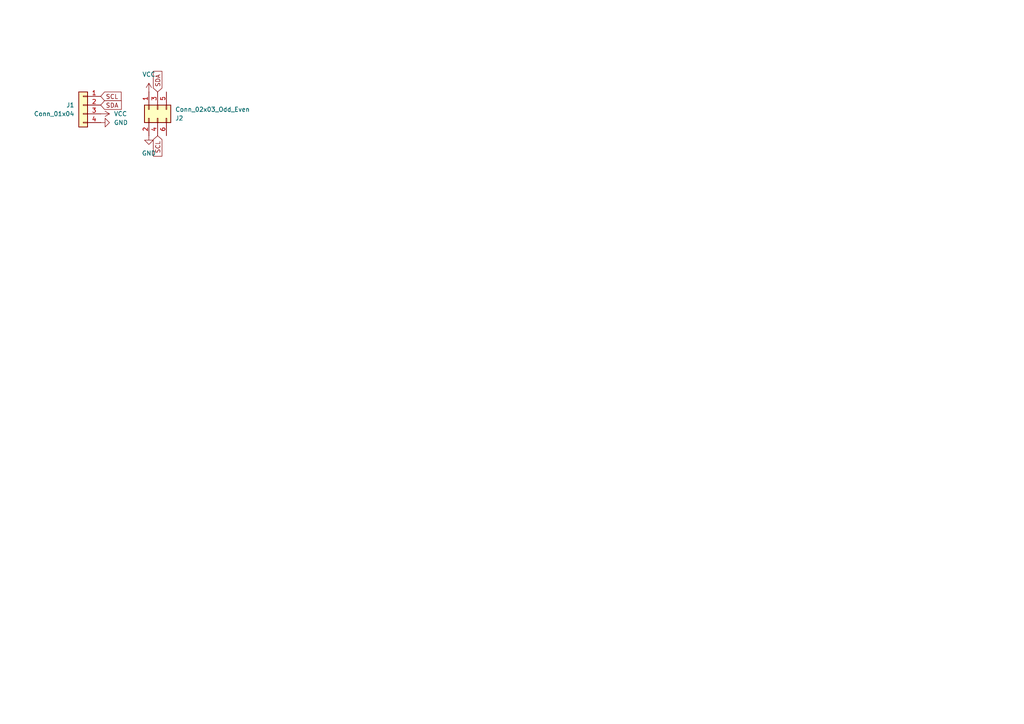
<source format=kicad_sch>
(kicad_sch (version 20231120) (generator "eeschema") (generator_version "8.0")
  (paper "A4")
  (lib_symbols
    (symbol "Connector_Generic:Conn_01x04" (pin_names (offset 1.016) hide)
      (property "Reference" "J" (at 0 5.08 0))
      (property "Value" "Conn_01x04" (at 0 -7.62 0))
      (symbol "Conn_01x04_1_1"
        (rectangle (start -1.27 -4.953) (end 0 -5.207) (stroke (width 0.1524)))
        (rectangle (start -1.27 -2.413) (end 0 -2.667) (stroke (width 0.1524)))
        (rectangle (start -1.27 0.127) (end 0 -0.127) (stroke (width 0.1524)))
        (rectangle (start -1.27 2.667) (end 0 2.413) (stroke (width 0.1524)))
        (rectangle (start -1.27 3.81) (end 1.27 -6.35) (stroke (width 0.254)) (fill (type background)))
        (pin passive line (at -5.08 2.54 0) (length 3.81) (name "Pin_1") (number "1"))
        (pin passive line (at -5.08 0 0) (length 3.81) (name "Pin_2") (number "2"))
        (pin passive line (at -5.08 -2.54 0) (length 3.81) (name "Pin_3") (number "3"))
        (pin passive line (at -5.08 -5.08 0) (length 3.81) (name "Pin_4") (number "4"))
      )
    )
    (symbol "Connector_Generic:Conn_02x03_Odd_Even" (pin_names (offset 1.016) hide)
      (property "Reference" "J" (at 1.27 5.08 0))
      (property "Value" "Conn_02x03_Odd_Even" (at 1.27 -5.08 0))
      (symbol "Conn_02x03_Odd_Even_1_1"
        (rectangle (start -1.27 -2.413) (end 0 -2.667) (stroke (width 0.1524)))
        (rectangle (start -1.27 0.127) (end 0 -0.127) (stroke (width 0.1524)))
        (rectangle (start -1.27 2.667) (end 0 2.413) (stroke (width 0.1524)))
        (rectangle (start -1.27 3.81) (end 3.81 -3.81) (stroke (width 0.254)) (fill (type background)))
        (rectangle (start 3.81 -2.413) (end 2.54 -2.667) (stroke (width 0.1524)))
        (rectangle (start 3.81 0.127) (end 2.54 -0.127) (stroke (width 0.1524)))
        (rectangle (start 3.81 2.667) (end 2.54 2.413) (stroke (width 0.1524)))
        (pin passive line (at -5.08 2.54 0) (length 3.81) (name "Pin_1") (number "1"))
        (pin passive line (at 7.62 2.54 180) (length 3.81) (name "Pin_2") (number "2"))
        (pin passive line (at -5.08 0 0) (length 3.81) (name "Pin_3") (number "3"))
        (pin passive line (at 7.62 0 180) (length 3.81) (name "Pin_4") (number "4"))
        (pin passive line (at -5.08 -2.54 0) (length 3.81) (name "Pin_5") (number "5"))
        (pin passive line (at 7.62 -2.54 180) (length 3.81) (name "Pin_6") (number "6"))
      )
    )
    (symbol "power:GND" (power) (pin_numbers hide) (pin_names (offset 0) hide)
      (property "Value" "GND" (at 0 -3.81 0))
      (symbol "GND_0_1"
        (polyline (pts (xy 0 0) (xy 0 -1.27) (xy 1.27 -1.27) (xy 0 -2.54) (xy -1.27 -1.27) (xy 0 -1.27)))
      )
      (symbol "GND_1_1"
        (pin power_in line (at 0 0 270) (length 0) (name "~") (number "1"))
      )
    )
    (symbol "power:VCC" (power) (pin_numbers hide) (pin_names (offset 0) hide)
      (property "Value" "VCC" (at 0 3.556 0))
      (symbol "VCC_0_1"
        (polyline (pts (xy -0.762 1.27) (xy 0 2.54)))
        (polyline (pts (xy 0 0) (xy 0 2.54)))
        (polyline (pts (xy 0 2.54) (xy 0.762 1.27)))
      )
      (symbol "VCC_1_1"
        (pin power_in line (at 0 0 90) (length 0) (name "~") (number "1"))
      )
    )
  )
  (global_label "SDA" (shape input) (at 29.21 30.48 0) (property "Intersheetrefs" "${INTERSHEET_REFS}" (effects (hide yes))))
  (global_label "SCL" (shape input) (at 29.21 27.94 0) (property "Intersheetrefs" "${INTERSHEET_REFS}" (effects (hide yes))))
  (global_label "SCL" (shape input) (at 45.72 39.37 270) (property "Intersheetrefs" "${INTERSHEET_REFS}" (effects (hide yes))))
  (global_label "SDA" (shape input) (at 45.72 26.67 90) (property "Intersheetrefs" "${INTERSHEET_REFS}" (effects (hide yes))))
  (symbol (lib_id "power:VCC") (at 29.21 33.02 270) (unit 1)
    (property "Reference" "#PWR04" (effects (hide yes)))
    (property "Value" "VCC" (at 33.02 33.0199 90) (effects (justify left)))
    (property "Description" "Power symbol creates a global label with name \"VCC\"" (effects (hide yes)))
  )
  (symbol (lib_id "power:GND") (at 29.21 35.56 90) (unit 1)
    (property "Reference" "#PWR03" (effects (hide yes)))
    (property "Value" "GND" (at 33.02 35.5599 90) (effects (justify right)))
    (property "Description" "Power symbol creates a global label with name \"GND\" , ground" (effects (hide yes)))
  )
  (symbol (lib_id "Connector_Generic:Conn_01x04") (at 24.13 30.48 0) (mirror y) (unit 1)
    (property "Reference" "J1" (at 21.59 30.4799 0) (effects (justify left)))
    (property "Value" "Conn_01x04" (at 21.59 33.0199 0) (effects (justify left)))
    (property "Footprint" "Connector_PinHeader_2.54mm:PinHeader_1x04_P2.54mm_Vertical" (effects (hide yes)))
    (property "Description" "Generic connector, single row, 01x04, script generated (kicad-library-utils/schlib/autogen/connector/)" (effects (hide yes)))
  )
  (symbol (lib_id "power:VCC") (at 43.18 26.67 0) (unit 1)
    (property "Reference" "#PWR01" (effects (hide yes)))
    (property "Value" "VCC" (at 43.18 21.59 0))
    (property "Description" "Power symbol creates a global label with name \"VCC\"" (effects (hide yes)))
  )
  (symbol (lib_id "power:GND") (at 43.18 39.37 0) (unit 1)
    (property "Reference" "#PWR02" (effects (hide yes)))
    (property "Value" "GND" (at 43.18 44.45 0))
    (property "Description" "Power symbol creates a global label with name \"GND\" , ground" (effects (hide yes)))
  )
  (symbol (lib_id "Connector_Generic:Conn_02x03_Odd_Even") (at 45.72 31.75 90) (mirror x) (unit 1)
    (property "Reference" "J2" (at 50.8 34.2901 90) (effects (justify right)))
    (property "Value" "Conn_02x03_Odd_Even" (at 50.8 31.7501 90) (effects (justify right)))
    (property "Footprint" "Connector_IDC:IDC-Header_2x03_P2.54mm_Vertical" (effects (hide yes)))
    (property "Description" "Generic connector, double row, 02x03, odd/even pin numbering scheme (row 1 odd numbers, row 2 even numbers), script generated (kicad-library-utils/schlib/autogen/connector/)" (effects (hide yes)))
  )
)
</source>
